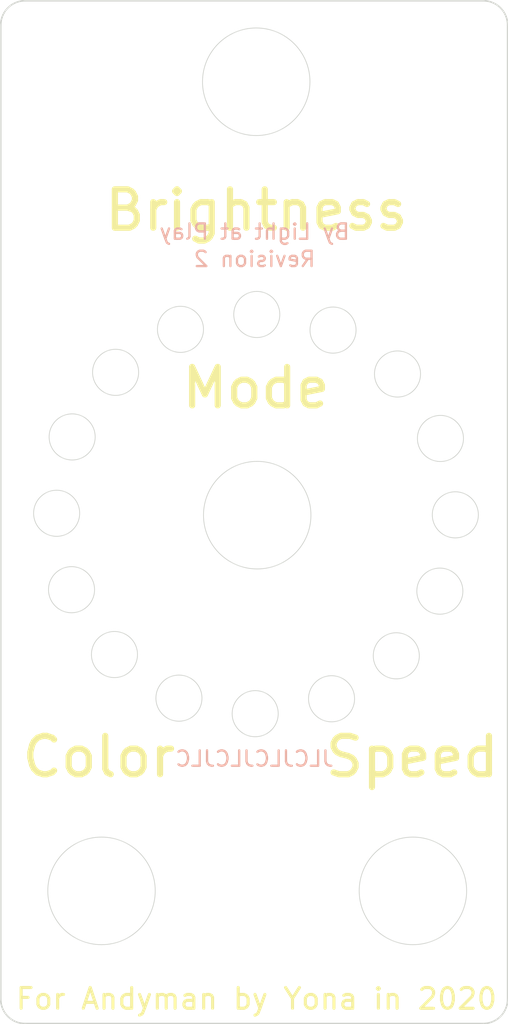
<source format=kicad_pcb>
(kicad_pcb (version 20171130) (host pcbnew "(5.1.5-0-10_14)")

  (general
    (thickness 1.6)
    (drawings 36)
    (tracks 0)
    (zones 0)
    (modules 0)
    (nets 1)
  )

  (page A4)
  (layers
    (0 F.Cu signal)
    (31 B.Cu signal)
    (32 B.Adhes user)
    (33 F.Adhes user)
    (34 B.Paste user)
    (35 F.Paste user)
    (36 B.SilkS user)
    (37 F.SilkS user)
    (38 B.Mask user)
    (39 F.Mask user)
    (40 Dwgs.User user)
    (41 Cmts.User user)
    (42 Eco1.User user)
    (43 Eco2.User user)
    (44 Edge.Cuts user)
    (45 Margin user)
    (46 B.CrtYd user hide)
    (47 F.CrtYd user hide)
    (48 B.Fab user hide)
    (49 F.Fab user hide)
  )

  (setup
    (last_trace_width 0.127)
    (trace_clearance 0.1016)
    (zone_clearance 0.508)
    (zone_45_only no)
    (trace_min 0.0889)
    (via_size 0.8)
    (via_drill 0.4)
    (via_min_size 0.4)
    (via_min_drill 0.3)
    (uvia_size 0.3)
    (uvia_drill 0.1)
    (uvias_allowed no)
    (uvia_min_size 0.2)
    (uvia_min_drill 0.1)
    (edge_width 0.05)
    (segment_width 0.2)
    (pcb_text_width 0.3)
    (pcb_text_size 1.5 1.5)
    (mod_edge_width 0.12)
    (mod_text_size 1 1)
    (mod_text_width 0.15)
    (pad_size 1.524 1.524)
    (pad_drill 0.762)
    (pad_to_mask_clearance 0.051)
    (solder_mask_min_width 0.25)
    (aux_axis_origin 197.7898 97.947429)
    (grid_origin 140.195487 90.830974)
    (visible_elements FFFFFF7F)
    (pcbplotparams
      (layerselection 0x010fc_ffffffff)
      (usegerberextensions false)
      (usegerberattributes false)
      (usegerberadvancedattributes false)
      (creategerberjobfile false)
      (excludeedgelayer true)
      (linewidth 0.050000)
      (plotframeref false)
      (viasonmask false)
      (mode 1)
      (useauxorigin false)
      (hpglpennumber 1)
      (hpglpenspeed 20)
      (hpglpendiameter 15.000000)
      (psnegative false)
      (psa4output false)
      (plotreference true)
      (plotvalue true)
      (plotinvisibletext false)
      (padsonsilk false)
      (subtractmaskfromsilk false)
      (outputformat 1)
      (mirror false)
      (drillshape 0)
      (scaleselection 1)
      (outputdirectory "gerber"))
  )

  (net 0 "")

  (net_class Default "This is the default net class."
    (clearance 0.1016)
    (trace_width 0.127)
    (via_dia 0.8)
    (via_drill 0.4)
    (uvia_dia 0.3)
    (uvia_drill 0.1)
  )

  (net_class Power ""
    (clearance 0.2)
    (trace_width 0.5)
    (via_dia 1.016)
    (via_drill 0.4)
    (uvia_dia 0.3)
    (uvia_drill 0.1)
  )

  (gr_text "By Light at Play" (at 145.021487 84.480974) (layer B.SilkS) (tstamp 5E1E5072)
    (effects (font (size 1 1) (thickness 0.15)) (justify mirror))
  )
  (gr_text "Revision 2" (at 145.021487 86.258974) (layer B.SilkS) (tstamp 5E1E5065)
    (effects (font (size 1 1) (thickness 0.15)) (justify mirror))
  )
  (gr_text JLCJLCJLCJLC (at 145.021487 118.770974) (layer B.SilkS)
    (effects (font (size 1 1) (thickness 0.15)) (justify mirror))
  )
  (gr_text "For Andyman by Yona in 2020" (at 145.148487 134.391974) (layer F.SilkS) (tstamp 5E12C6B2)
    (effects (font (size 1.35 1.35) (thickness 0.2)))
  )
  (gr_text Speed (at 155.292487 118.643974) (layer F.SilkS) (tstamp 5E12C6A5)
    (effects (font (size 2.5 2.5) (thickness 0.4)))
  )
  (gr_text Color (at 134.877487 118.643974) (layer F.SilkS) (tstamp 5E12C6A0)
    (effects (font (size 2.5 2.5) (thickness 0.4)))
  )
  (gr_text Mode (at 145.123087 94.640974) (layer F.SilkS) (tstamp 5E12C68B)
    (effects (font (size 2.5 2.5) (thickness 0.4)))
  )
  (gr_text Brightness (at 145.148487 83.083974) (layer F.SilkS)
    (effects (font (size 2.5 2.5) (thickness 0.4)))
  )
  (gr_circle (center 145.06381 115.838373) (end 146.56381 115.838373) (layer Edge.Cuts) (width 0.05) (tstamp 5E124CE6))
  (gr_circle (center 140.096427 114.827532) (end 141.596427 114.827532) (layer Edge.Cuts) (width 0.05) (tstamp 5E124CE8))
  (gr_circle (center 150.038813 114.868172) (end 151.538813 114.868172) (layer Edge.Cuts) (width 0.05) (tstamp 5E124CE4))
  (gr_circle (center 135.969624 93.628387) (end 137.469624 93.628387) (layer Edge.Cuts) (width 0.05) (tstamp 5E124CF3))
  (gr_circle (center 133.139191 97.83139) (end 134.639191 97.83139) (layer Edge.Cuts) (width 0.05) (tstamp 5E124CF1))
  (gr_circle (center 132.12835 102.798773) (end 133.62835 102.798773) (layer Edge.Cuts) (width 0.05) (tstamp 5E124CEE))
  (gr_circle (center 133.098551 107.771236) (end 134.598551 107.771236) (layer Edge.Cuts) (width 0.05) (tstamp 5E124CEC))
  (gr_circle (center 135.895964 111.989479) (end 137.395964 111.989479) (layer Edge.Cuts) (width 0.05) (tstamp 5E124CEA))
  (gr_circle (center 140.195487 90.830974) (end 141.695487 90.830974) (layer Edge.Cuts) (width 0.05) (tstamp 5E124CF5))
  (gr_circle (center 154.257056 112.073299) (end 155.757056 112.073299) (layer Edge.Cuts) (width 0.05) (tstamp 5E124CE2))
  (gr_circle (center 157.095109 107.865216) (end 158.595109 107.865216) (layer Edge.Cuts) (width 0.05) (tstamp 5E124CE0))
  (gr_circle (center 158.10341 102.900373) (end 159.60341 102.900373) (layer Edge.Cuts) (width 0.05) (tstamp 5E124CDD))
  (gr_circle (center 157.133209 97.93045) (end 158.633209 97.93045) (layer Edge.Cuts) (width 0.05) (tstamp 5E124CDA))
  (gr_circle (center 154.335796 93.736207) (end 155.835796 93.736207) (layer Edge.Cuts) (width 0.05) (tstamp 5E124CD8))
  (gr_circle (center 150.135333 90.879234) (end 151.635333 90.879234) (layer Edge.Cuts) (width 0.05) (tstamp 5E124C42))
  (gr_circle (center 145.16795 89.863313) (end 146.66795 89.863313) (layer Edge.Cuts) (width 0.05) (tstamp 5E124BA5))
  (gr_circle (center 145.131587 74.721014) (end 148.631587 74.721014) (layer Edge.Cuts) (width 0.05) (tstamp 5E124AD8))
  (gr_circle (center 155.339587 127.368843) (end 158.839587 127.368843) (layer Edge.Cuts) (width 0.05) (tstamp 5E12480E))
  (gr_circle (center 135.051587 127.368843) (end 138.551587 127.368843) (layer Edge.Cuts) (width 0.05) (tstamp 5E124741))
  (gr_circle (center 145.195587 102.921343) (end 148.695587 102.921343) (layer Edge.Cuts) (width 0.05))
  (gr_curve (pts (xy 130.069497 135.999368) (xy 130.069497 135.999368) (xy 138.013321 135.999368) (xy 159.927136 135.999368)) (layer Edge.Cuts) (width 0.1))
  (gr_curve (pts (xy 128.488321 134.418192) (xy 128.488321 135.291451) (xy 129.196238 135.999368) (xy 130.069497 135.999368)) (layer Edge.Cuts) (width 0.1))
  (gr_curve (pts (xy 128.488321 71.032539) (xy 128.488321 71.032539) (xy 128.488321 134.418192) (xy 128.488321 134.418192)) (layer Edge.Cuts) (width 0.1))
  (gr_curve (pts (xy 130.069497 69.451363) (xy 129.196238 69.451363) (xy 128.488321 70.159279) (xy 128.488321 71.032539)) (layer Edge.Cuts) (width 0.1))
  (gr_curve (pts (xy 159.927136 69.451363) (xy 138.013321 69.451363) (xy 130.069497 69.451363) (xy 130.069497 69.451363)) (layer Edge.Cuts) (width 0.1))
  (gr_curve (pts (xy 161.508312 71.032539) (xy 161.508312 70.159279) (xy 160.800396 69.451363) (xy 159.927136 69.451363)) (layer Edge.Cuts) (width 0.1))
  (gr_curve (pts (xy 161.508312 134.418192) (xy 161.508312 134.418192) (xy 161.508312 71.032539) (xy 161.508312 71.032539)) (layer Edge.Cuts) (width 0.1))
  (gr_curve (pts (xy 159.927136 135.999368) (xy 160.800396 135.999368) (xy 161.508312 135.291451) (xy 161.508312 134.418192)) (layer Edge.Cuts) (width 0.1))

)

</source>
